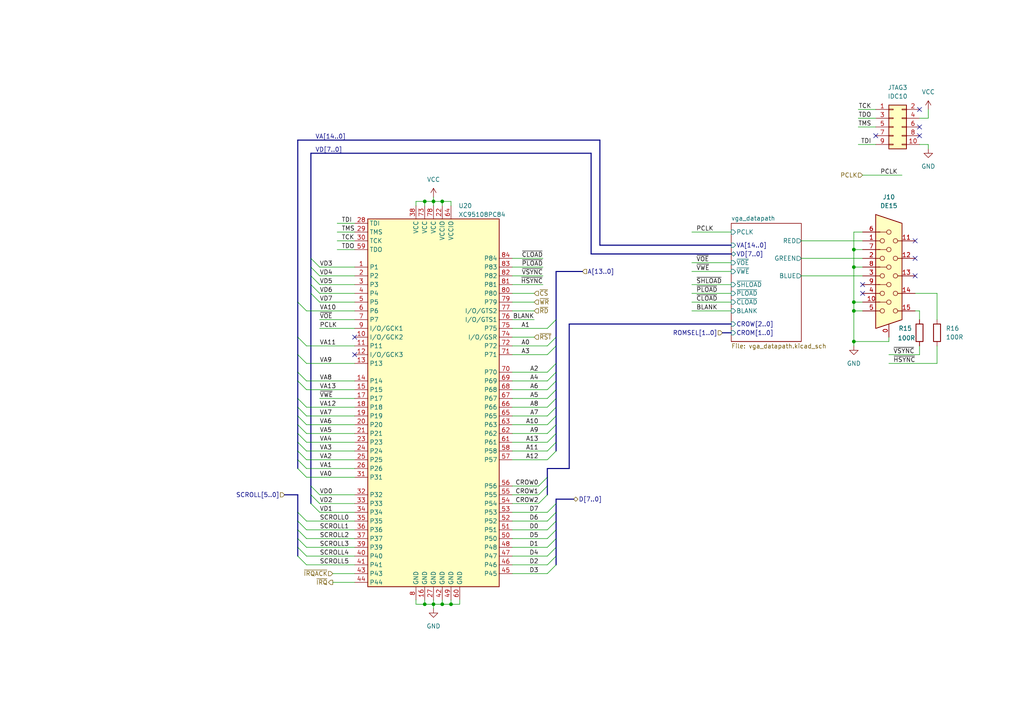
<source format=kicad_sch>
(kicad_sch (version 20250114) (generator "eeschema") (generator_version "9.0")
  (paper "A4")
  (title_block (title "VGA") (date "2025-06-18") (rev "A") (company "A.K."))
  (lib_symbols
    (symbol "CPLD_Xilinx:XC95108PC84"
      (property "Reference" "U" (at -19.05 53.34 0))
      (property "Value" "XC95108PC84" (at -19.05 -55.88 0))
      (symbol "XC95108PC84_1_1"
        (rectangle (start -19.05 52.07) (end 19.05 -54.61) (stroke (width 0.254)) (fill (type background)))
        (pin input line (at -22.86 50.8 0) (length 3.81) (name "TDI") (number "28"))
        (pin input line (at -22.86 48.26 0) (length 3.81) (name "TMS") (number "29"))
        (pin input line (at -22.86 45.72 0) (length 3.81) (name "TCK") (number "30"))
        (pin output line (at -22.86 43.18 0) (length 3.81) (name "TDO") (number "59"))
        (pin bidirectional line (at -22.86 38.1 0) (length 3.81) (name "P1") (number "1"))
        (pin bidirectional line (at -22.86 35.56 0) (length 3.81) (name "P2") (number "2"))
        (pin bidirectional line (at -22.86 33.02 0) (length 3.81) (name "P3") (number "3"))
        (pin bidirectional line (at -22.86 30.48 0) (length 3.81) (name "P4") (number "4"))
        (pin bidirectional line (at -22.86 27.94 0) (length 3.81) (name "P5") (number "5"))
        (pin bidirectional line (at -22.86 25.4 0) (length 3.81) (name "P6") (number "6"))
        (pin bidirectional line (at -22.86 22.86 0) (length 3.81) (name "P7") (number "7"))
        (pin bidirectional line (at -22.86 20.32 0) (length 3.81) (name "I/O/GCK1") (number "9"))
        (pin bidirectional line (at -22.86 17.78 0) (length 3.81) (name "I/O/GCK2") (number "10"))
        (pin bidirectional line (at -22.86 15.24 0) (length 3.81) (name "P11") (number "11"))
        (pin bidirectional line (at -22.86 12.7 0) (length 3.81) (name "I/O/GCK3") (number "12"))
        (pin bidirectional line (at -22.86 10.16 0) (length 3.81) (name "P13") (number "13"))
        (pin bidirectional line (at -22.86 5.08 0) (length 3.81) (name "P14") (number "14"))
        (pin bidirectional line (at -22.86 2.54 0) (length 3.81) (name "P15") (number "15"))
        (pin bidirectional line (at -22.86 0 0) (length 3.81) (name "P17") (number "17"))
        (pin bidirectional line (at -22.86 -2.54 0) (length 3.81) (name "P18") (number "18"))
        (pin bidirectional line (at -22.86 -5.08 0) (length 3.81) (name "P19") (number "19"))
        (pin bidirectional line (at -22.86 -7.62 0) (length 3.81) (name "P20") (number "20"))
        (pin bidirectional line (at -22.86 -10.16 0) (length 3.81) (name "P21") (number "21"))
        (pin bidirectional line (at -22.86 -12.7 0) (length 3.81) (name "P23") (number "23"))
        (pin bidirectional line (at -22.86 -15.24 0) (length 3.81) (name "P24") (number "24"))
        (pin bidirectional line (at -22.86 -17.78 0) (length 3.81) (name "P25") (number "25"))
        (pin bidirectional line (at -22.86 -20.32 0) (length 3.81) (name "P26") (number "26"))
        (pin bidirectional line (at -22.86 -22.86 0) (length 3.81) (name "P31") (number "31"))
        (pin bidirectional line (at -22.86 -27.94 0) (length 3.81) (name "P32") (number "32"))
        (pin bidirectional line (at -22.86 -30.48 0) (length 3.81) (name "P33") (number "33"))
        (pin bidirectional line (at -22.86 -33.02 0) (length 3.81) (name "P34") (number "34"))
        (pin bidirectional line (at -22.86 -35.56 0) (length 3.81) (name "P35") (number "35"))
        (pin bidirectional line (at -22.86 -38.1 0) (length 3.81) (name "P36") (number "36"))
        (pin bidirectional line (at -22.86 -40.64 0) (length 3.81) (name "P37") (number "37"))
        (pin bidirectional line (at -22.86 -43.18 0) (length 3.81) (name "P39") (number "39"))
        (pin bidirectional line (at -22.86 -45.72 0) (length 3.81) (name "P40") (number "40"))
        (pin bidirectional line (at -22.86 -48.26 0) (length 3.81) (name "P41") (number "41"))
        (pin bidirectional line (at -22.86 -50.8 0) (length 3.81) (name "P43") (number "43"))
        (pin bidirectional line (at -22.86 -53.34 0) (length 3.81) (name "P44") (number "44"))
        (pin power_in line (at -5.08 55.88 270) (length 3.81) (name "VCC") (number "38"))
        (pin power_in line (at -5.08 -58.42 90) (length 3.81) (name "GND") (number "8"))
        (pin power_in line (at -2.54 55.88 270) (length 3.81) (name "VCC") (number "73"))
        (pin power_in line (at -2.54 -58.42 90) (length 3.81) (name "GND") (number "16"))
        (pin power_in line (at 0 55.88 270) (length 3.81) (name "VCC") (number "78"))
        (pin power_in line (at 0 -58.42 90) (length 3.81) (name "GND") (number "27"))
        (pin power_in line (at 2.54 55.88 270) (length 3.81) (name "VCCIO") (number "22"))
        (pin power_in line (at 2.54 -58.42 90) (length 3.81) (name "GND") (number "42"))
        (pin power_in line (at 5.08 55.88 270) (length 3.81) (name "VCCIO") (number "64"))
        (pin power_in line (at 5.08 -58.42 90) (length 3.81) (name "GND") (number "49"))
        (pin power_in line (at 7.62 -58.42 90) (length 3.81) (name "GND") (number "60"))
        (pin bidirectional line (at 22.86 40.64 180) (length 3.81) (name "P84") (number "84"))
        (pin bidirectional line (at 22.86 38.1 180) (length 3.81) (name "P83") (number "83"))
        (pin bidirectional line (at 22.86 35.56 180) (length 3.81) (name "P82") (number "82"))
        (pin bidirectional line (at 22.86 33.02 180) (length 3.81) (name "P81") (number "81"))
        (pin bidirectional line (at 22.86 30.48 180) (length 3.81) (name "P80") (number "80"))
        (pin bidirectional line (at 22.86 27.94 180) (length 3.81) (name "P79") (number "79"))
        (pin bidirectional line (at 22.86 25.4 180) (length 3.81) (name "I/O/GTS2") (number "77"))
        (pin bidirectional line (at 22.86 22.86 180) (length 3.81) (name "I/O/GTS1") (number "76"))
        (pin bidirectional line (at 22.86 20.32 180) (length 3.81) (name "P75") (number "75"))
        (pin bidirectional line (at 22.86 17.78 180) (length 3.81) (name "I/O/GSR") (number "74"))
        (pin bidirectional line (at 22.86 15.24 180) (length 3.81) (name "P72") (number "72"))
        (pin bidirectional line (at 22.86 12.7 180) (length 3.81) (name "P71") (number "71"))
        (pin bidirectional line (at 22.86 7.62 180) (length 3.81) (name "P70") (number "70"))
        (pin bidirectional line (at 22.86 5.08 180) (length 3.81) (name "P69") (number "69"))
        (pin bidirectional line (at 22.86 2.54 180) (length 3.81) (name "P68") (number "68"))
        (pin bidirectional line (at 22.86 0 180) (length 3.81) (name "P67") (number "67"))
        (pin bidirectional line (at 22.86 -2.54 180) (length 3.81) (name "P66") (number "66"))
        (pin bidirectional line (at 22.86 -5.08 180) (length 3.81) (name "P65") (number "65"))
        (pin bidirectional line (at 22.86 -7.62 180) (length 3.81) (name "P63") (number "63"))
        (pin bidirectional line (at 22.86 -10.16 180) (length 3.81) (name "P62") (number "62"))
        (pin bidirectional line (at 22.86 -12.7 180) (length 3.81) (name "P61") (number "61"))
        (pin bidirectional line (at 22.86 -15.24 180) (length 3.81) (name "P58") (number "58"))
        (pin bidirectional line (at 22.86 -17.78 180) (length 3.81) (name "P57") (number "57"))
        (pin bidirectional line (at 22.86 -25.4 180) (length 3.81) (name "P56") (number "56"))
        (pin bidirectional line (at 22.86 -27.94 180) (length 3.81) (name "P55") (number "55"))
        (pin bidirectional line (at 22.86 -30.48 180) (length 3.81) (name "P54") (number "54"))
        (pin bidirectional line (at 22.86 -33.02 180) (length 3.81) (name "P53") (number "53"))
        (pin bidirectional line (at 22.86 -35.56 180) (length 3.81) (name "P52") (number "52"))
        (pin bidirectional line (at 22.86 -38.1 180) (length 3.81) (name "P51") (number "51"))
        (pin bidirectional line (at 22.86 -40.64 180) (length 3.81) (name "P50") (number "50"))
        (pin bidirectional line (at 22.86 -43.18 180) (length 3.81) (name "P48") (number "48"))
        (pin bidirectional line (at 22.86 -45.72 180) (length 3.81) (name "P47") (number "47"))
        (pin bidirectional line (at 22.86 -48.26 180) (length 3.81) (name "P46") (number "46"))
        (pin bidirectional line (at 22.86 -50.8 180) (length 3.81) (name "P45") (number "45"))
      )
    )
    (symbol "Connector:DE15_Receptacle_HighDensity_MountingHoles" (pin_names (offset 1.016) (hide yes))
      (property "Reference" "J" (at 0 21.59 0))
      (property "Value" "DE15_Receptacle_HighDensity_MountingHoles" (at 0 19.05 0))
      (symbol "DE15_Receptacle_HighDensity_MountingHoles_0_1"
        (polyline (pts (xy -3.81 17.78) (xy -3.81 -15.24) (xy 3.81 -12.7) (xy 3.81 15.24) (xy -3.81 17.78)) (stroke (width 0.254)) (fill (type background)))
        (polyline (pts (xy -3.175 7.62) (xy -0.635 7.62)))
        (circle (center -1.905 10.16) (radius 0.635))
        (circle (center -1.905 5.08) (radius 0.635))
        (circle (center -1.905 0) (radius 0.635))
        (circle (center -1.905 -5.08) (radius 0.635))
        (circle (center -1.905 -10.16) (radius 0.635))
        (polyline (pts (xy -0.635 12.7) (xy -3.175 12.7)))
        (polyline (pts (xy -0.635 2.54) (xy -3.175 2.54)))
        (polyline (pts (xy -0.635 -2.54) (xy -3.175 -2.54)))
        (polyline (pts (xy -0.635 -7.62) (xy -3.175 -7.62)))
        (circle (center 0 12.7) (radius 0.635))
        (circle (center 0 7.62) (radius 0.635))
        (circle (center 0 2.54) (radius 0.635))
        (circle (center 0 -2.54) (radius 0.635))
        (circle (center 0 -7.62) (radius 0.635))
        (circle (center 1.905 10.16) (radius 0.635))
        (circle (center 1.905 5.08) (radius 0.635))
        (circle (center 1.905 0) (radius 0.635))
        (circle (center 1.905 -5.08) (radius 0.635))
        (circle (center 1.905 -10.16) (radius 0.635))
      )
      (symbol "DE15_Receptacle_HighDensity_MountingHoles_1_1"
        (pin passive line (at -7.62 12.7 0) (length 5.08) (name "~") (number "6"))
        (pin passive line (at -7.62 10.16 0) (length 5.08) (name "~") (number "1"))
        (pin passive line (at -7.62 7.62 0) (length 5.08) (name "~") (number "7"))
        (pin passive line (at -7.62 5.08 0) (length 5.08) (name "~") (number "2"))
        (pin passive line (at -7.62 2.54 0) (length 5.08) (name "~") (number "8"))
        (pin passive line (at -7.62 0 0) (length 5.08) (name "~") (number "3"))
        (pin passive line (at -7.62 -2.54 0) (length 5.08) (name "~") (number "9"))
        (pin passive line (at -7.62 -5.08 0) (length 5.08) (name "~") (number "4"))
        (pin passive line (at -7.62 -7.62 0) (length 5.08) (name "~") (number "10"))
        (pin passive line (at -7.62 -10.16 0) (length 5.08) (name "~") (number "5"))
        (pin passive line (at 0 -17.78 90) (length 3.81) (name "~") (number "0"))
        (pin passive line (at 7.62 10.16 180) (length 5.08) (name "~") (number "11"))
        (pin passive line (at 7.62 5.08 180) (length 5.08) (name "~") (number "12"))
        (pin passive line (at 7.62 0 180) (length 5.08) (name "~") (number "13"))
        (pin passive line (at 7.62 -5.08 180) (length 5.08) (name "~") (number "14"))
        (pin passive line (at 7.62 -10.16 180) (length 5.08) (name "~") (number "15"))
      )
    )
    (symbol "Connector_Generic:Conn_02x05_Odd_Even" (pin_names (offset 1.016) (hide yes))
      (property "Reference" "J" (at 1.27 7.62 0))
      (property "Value" "Conn_02x05_Odd_Even" (at 1.27 -7.62 0))
      (symbol "Conn_02x05_Odd_Even_1_1"
        (rectangle (start -1.27 6.35) (end 3.81 -6.35) (stroke (width 0.254)) (fill (type background)))
        (rectangle (start -1.27 5.207) (end 0 4.953) (stroke (width 0.1524)))
        (rectangle (start -1.27 2.667) (end 0 2.413) (stroke (width 0.1524)))
        (rectangle (start -1.27 0.127) (end 0 -0.127) (stroke (width 0.1524)))
        (rectangle (start -1.27 -2.413) (end 0 -2.667) (stroke (width 0.1524)))
        (rectangle (start -1.27 -4.953) (end 0 -5.207) (stroke (width 0.1524)))
        (rectangle (start 3.81 5.207) (end 2.54 4.953) (stroke (width 0.1524)))
        (rectangle (start 3.81 2.667) (end 2.54 2.413) (stroke (width 0.1524)))
        (rectangle (start 3.81 0.127) (end 2.54 -0.127) (stroke (width 0.1524)))
        (rectangle (start 3.81 -2.413) (end 2.54 -2.667) (stroke (width 0.1524)))
        (rectangle (start 3.81 -4.953) (end 2.54 -5.207) (stroke (width 0.1524)))
        (pin passive line (at -5.08 5.08 0) (length 3.81) (name "Pin_1") (number "1"))
        (pin passive line (at -5.08 2.54 0) (length 3.81) (name "Pin_3") (number "3"))
        (pin passive line (at -5.08 0 0) (length 3.81) (name "Pin_5") (number "5"))
        (pin passive line (at -5.08 -2.54 0) (length 3.81) (name "Pin_7") (number "7"))
        (pin passive line (at -5.08 -5.08 0) (length 3.81) (name "Pin_9") (number "9"))
        (pin passive line (at 7.62 5.08 180) (length 3.81) (name "Pin_2") (number "2"))
        (pin passive line (at 7.62 2.54 180) (length 3.81) (name "Pin_4") (number "4"))
        (pin passive line (at 7.62 0 180) (length 3.81) (name "Pin_6") (number "6"))
        (pin passive line (at 7.62 -2.54 180) (length 3.81) (name "Pin_8") (number "8"))
        (pin passive line (at 7.62 -5.08 180) (length 3.81) (name "Pin_10") (number "10"))
      )
    )
    (symbol "Device:R" (pin_numbers (hide yes)) (pin_names (offset 0))
      (property "Reference" "R" (at 2.032 0 90))
      (property "Value" "R" (at 0 0 90))
      (symbol "R_0_1"
        (rectangle (start -1.016 -2.54) (end 1.016 2.54) (stroke (width 0.254)))
      )
      (symbol "R_1_1"
        (pin passive line (at 0 3.81 270) (length 1.27) (name "~") (number "1"))
        (pin passive line (at 0 -3.81 90) (length 1.27) (name "~") (number "2"))
      )
    )
    (symbol "power:GND" (power) (pin_names (offset 0))
      (property "Value" "GND" (at 0 -3.81 0))
      (symbol "GND_0_1"
        (polyline (pts (xy 0 0) (xy 0 -1.27) (xy 1.27 -1.27) (xy 0 -2.54) (xy -1.27 -1.27) (xy 0 -1.27)))
      )
      (symbol "GND_1_1"
        (pin power_in line (at 0 0 270) (length 0) (hide yes) (name "GND") (number "1"))
      )
    )
    (symbol "power:VCC" (power) (pin_names (offset 0))
      (property "Value" "VCC" (at 0 3.81 0))
      (symbol "VCC_0_1"
        (polyline (pts (xy -0.762 1.27) (xy 0 2.54)))
        (polyline (pts (xy 0 2.54) (xy 0.762 1.27)))
        (polyline (pts (xy 0 0) (xy 0 2.54)))
      )
      (symbol "VCC_1_1"
        (pin power_in line (at 0 0 90) (length 0) (hide yes) (name "VCC") (number "1"))
      )
    )
  )
  (junction (at 128.27 175.26))
  (junction (at 130.81 175.26))
  (junction (at 247.65 72.39))
  (junction (at 123.19 58.42))
  (junction (at 247.65 87.63))
  (junction (at 123.19 175.26))
  (junction (at 125.73 58.42))
  (junction (at 247.65 90.17))
  (junction (at 128.27 58.42))
  (junction (at 125.73 175.26))
  (junction (at 247.65 99.06))
  (junction (at 247.65 77.47))
  (no_connect (at 266.7 39.37))
  (no_connect (at 250.19 82.55))
  (no_connect (at 266.7 36.83))
  (no_connect (at 265.43 74.93))
  (no_connect (at 254 39.37))
  (no_connect (at 102.87 97.79))
  (no_connect (at 266.7 31.75))
  (no_connect (at 265.43 80.01))
  (no_connect (at 265.43 69.85))
  (no_connect (at 102.87 102.87))
  (no_connect (at 250.19 85.09))
  (bus_entry (at 86.36 128.27) (size 2.54 2.54))
  (bus_entry (at 161.29 110.49) (size -2.54 2.54))
  (bus_entry (at 90.17 82.55) (size 2.54 2.54))
  (bus_entry (at 161.29 107.95) (size -2.54 2.54))
  (bus_entry (at 86.36 156.21) (size 2.54 2.54))
  (bus_entry (at 90.17 77.47) (size 2.54 2.54))
  (bus_entry (at 161.29 113.03) (size -2.54 2.54))
  (bus_entry (at 86.36 123.19) (size 2.54 2.54))
  (bus_entry (at 161.29 97.79) (size -2.54 2.54))
  (bus_entry (at 161.29 148.59) (size -2.54 2.54))
  (bus_entry (at 161.29 118.11) (size -2.54 2.54))
  (bus_entry (at 86.36 115.57) (size 2.54 2.54))
  (bus_entry (at 161.29 105.41) (size -2.54 2.54))
  (bus_entry (at 161.29 123.19) (size -2.54 2.54))
  (bus_entry (at 90.17 80.01) (size 2.54 2.54))
  (bus_entry (at 86.36 110.49) (size 2.54 2.54))
  (bus_entry (at 90.17 74.93) (size 2.54 2.54))
  (bus_entry (at 161.29 156.21) (size -2.54 2.54))
  (bus_entry (at 161.29 92.71) (size -2.54 2.54))
  (bus_entry (at 161.29 153.67) (size -2.54 2.54))
  (bus_entry (at 86.36 118.11) (size 2.54 2.54))
  (bus_entry (at 86.36 153.67) (size 2.54 2.54))
  (bus_entry (at 90.17 140.97) (size 2.54 2.54))
  (bus_entry (at 161.29 130.81) (size -2.54 2.54))
  (bus_entry (at 158.75 143.51) (size -2.54 2.54))
  (bus_entry (at 90.17 143.51) (size 2.54 2.54))
  (bus_entry (at 161.29 158.75) (size -2.54 2.54))
  (bus_entry (at 161.29 161.29) (size -2.54 2.54))
  (bus_entry (at 90.17 85.09) (size 2.54 2.54))
  (bus_entry (at 86.36 133.35) (size 2.54 2.54))
  (bus_entry (at 86.36 158.75) (size 2.54 2.54))
  (bus_entry (at 86.36 120.65) (size 2.54 2.54))
  (bus_entry (at 86.36 148.59) (size 2.54 2.54))
  (bus_entry (at 86.36 102.87) (size 2.54 2.54))
  (bus_entry (at 86.36 151.13) (size 2.54 2.54))
  (bus_entry (at 161.29 128.27) (size -2.54 2.54))
  (bus_entry (at 90.17 146.05) (size 2.54 2.54))
  (bus_entry (at 86.36 130.81) (size 2.54 2.54))
  (bus_entry (at 161.29 151.13) (size -2.54 2.54))
  (bus_entry (at 158.75 140.97) (size -2.54 2.54))
  (bus_entry (at 86.36 97.79) (size 2.54 2.54))
  (bus_entry (at 161.29 146.05) (size -2.54 2.54))
  (bus_entry (at 161.29 125.73) (size -2.54 2.54))
  (bus_entry (at 161.29 163.83) (size -2.54 2.54))
  (bus_entry (at 161.29 115.57) (size -2.54 2.54))
  (bus_entry (at 86.36 135.89) (size 2.54 2.54))
  (bus_entry (at 86.36 125.73) (size 2.54 2.54))
  (bus_entry (at 161.29 100.33) (size -2.54 2.54))
  (bus_entry (at 86.36 87.63) (size 2.54 2.54))
  (bus_entry (at 161.29 120.65) (size -2.54 2.54))
  (bus_entry (at 158.75 138.43) (size -2.54 2.54))
  (bus_entry (at 86.36 107.95) (size 2.54 2.54))
  (bus_entry (at 86.36 161.29) (size 2.54 2.54))
  (bus (pts (xy 86.36 87.63) (xy 86.36 97.79)))
  (wire (pts (xy 125.73 58.42) (xy 123.19 58.42)))
  (bus (pts (xy 166.37 144.78) (xy 161.29 144.78)))
  (wire (pts (xy 148.59 97.79) (xy 154.94 97.79)))
  (wire (pts (xy 148.59 107.95) (xy 158.75 107.95)))
  (wire (pts (xy 148.59 74.93) (xy 157.48 74.93)))
  (wire (pts (xy 200.66 90.17) (xy 212.09 90.17)))
  (bus (pts (xy 86.36 102.87) (xy 86.36 107.95)))
  (bus (pts (xy 165.1 135.89) (xy 158.75 135.89)))
  (wire (pts (xy 120.65 58.42) (xy 120.65 59.69)))
  (wire (pts (xy 247.65 77.47) (xy 250.19 77.47)))
  (bus (pts (xy 161.29 100.33) (xy 161.29 105.41)))
  (bus (pts (xy 86.36 151.13) (xy 86.36 153.67)))
  (bus (pts (xy 90.17 140.97) (xy 90.17 143.51)))
  (wire (pts (xy 247.65 99.06) (xy 247.65 90.17)))
  (wire (pts (xy 247.65 67.31) (xy 250.19 67.31)))
  (bus (pts (xy 173.99 40.64) (xy 173.99 71.12)))
  (wire (pts (xy 247.65 87.63) (xy 247.65 77.47)))
  (wire (pts (xy 88.9 100.33) (xy 102.87 100.33)))
  (bus (pts (xy 161.29 146.05) (xy 161.29 148.59)))
  (wire (pts (xy 88.9 90.17) (xy 102.87 90.17)))
  (bus (pts (xy 161.29 120.65) (xy 161.29 123.19)))
  (wire (pts (xy 88.9 161.29) (xy 102.87 161.29)))
  (wire (pts (xy 88.9 156.21) (xy 102.87 156.21)))
  (wire (pts (xy 128.27 175.26) (xy 128.27 173.99)))
  (wire (pts (xy 130.81 175.26) (xy 133.35 175.26)))
  (bus (pts (xy 161.29 118.11) (xy 161.29 120.65)))
  (bus (pts (xy 86.36 118.11) (xy 86.36 120.65)))
  (wire (pts (xy 266.7 92.71) (xy 266.7 90.17)))
  (wire (pts (xy 92.71 87.63) (xy 102.87 87.63)))
  (bus (pts (xy 90.17 74.93) (xy 90.17 77.47)))
  (wire (pts (xy 148.59 143.51) (xy 156.21 143.51)))
  (wire (pts (xy 148.59 80.01) (xy 157.48 80.01)))
  (wire (pts (xy 97.79 67.31) (xy 102.87 67.31)))
  (bus (pts (xy 161.29 144.78) (xy 161.29 146.05)))
  (wire (pts (xy 269.24 41.91) (xy 266.7 41.91)))
  (bus (pts (xy 161.29 125.73) (xy 161.29 128.27)))
  (wire (pts (xy 148.59 156.21) (xy 158.75 156.21)))
  (wire (pts (xy 123.19 175.26) (xy 120.65 175.26)))
  (bus (pts (xy 171.45 73.66) (xy 171.45 44.45)))
  (wire (pts (xy 269.24 34.29) (xy 266.7 34.29)))
  (wire (pts (xy 97.79 72.39) (xy 102.87 72.39)))
  (wire (pts (xy 247.65 90.17) (xy 250.19 90.17)))
  (wire (pts (xy 148.59 161.29) (xy 158.75 161.29)))
  (bus (pts (xy 86.36 125.73) (xy 86.36 128.27)))
  (wire (pts (xy 247.65 77.47) (xy 247.65 72.39)))
  (bus (pts (xy 86.36 148.59) (xy 86.36 151.13)))
  (bus (pts (xy 90.17 80.01) (xy 90.17 82.55)))
  (wire (pts (xy 148.59 85.09) (xy 154.94 85.09)))
  (wire (pts (xy 148.59 166.37) (xy 158.75 166.37)))
  (wire (pts (xy 88.9 118.11) (xy 102.87 118.11)))
  (wire (pts (xy 200.66 85.09) (xy 212.09 85.09)))
  (wire (pts (xy 88.9 135.89) (xy 102.87 135.89)))
  (bus (pts (xy 161.29 128.27) (xy 161.29 130.81)))
  (wire (pts (xy 148.59 133.35) (xy 158.75 133.35)))
  (bus (pts (xy 212.09 93.98) (xy 165.1 93.98)))
  (wire (pts (xy 232.41 74.93) (xy 250.19 74.93)))
  (wire (pts (xy 92.71 95.25) (xy 102.87 95.25)))
  (bus (pts (xy 171.45 44.45) (xy 90.17 44.45)))
  (bus (pts (xy 86.36 97.79) (xy 86.36 102.87)))
  (bus (pts (xy 173.99 71.12) (xy 212.09 71.12)))
  (wire (pts (xy 148.59 90.17) (xy 154.94 90.17)))
  (wire (pts (xy 96.52 168.91) (xy 102.87 168.91)))
  (wire (pts (xy 266.7 90.17) (xy 265.43 90.17)))
  (wire (pts (xy 125.73 175.26) (xy 125.73 176.53)))
  (wire (pts (xy 148.59 115.57) (xy 158.75 115.57)))
  (wire (pts (xy 271.78 85.09) (xy 271.78 92.71)))
  (bus (pts (xy 82.55 143.51) (xy 86.36 143.51)))
  (wire (pts (xy 247.65 72.39) (xy 247.65 67.31)))
  (wire (pts (xy 125.73 58.42) (xy 128.27 58.42)))
  (wire (pts (xy 232.41 69.85) (xy 250.19 69.85)))
  (wire (pts (xy 88.9 120.65) (xy 102.87 120.65)))
  (bus (pts (xy 86.36 115.57) (xy 86.36 118.11)))
  (bus (pts (xy 86.36 158.75) (xy 86.36 161.29)))
  (wire (pts (xy 96.52 166.37) (xy 102.87 166.37)))
  (wire (pts (xy 128.27 58.42) (xy 128.27 59.69)))
  (wire (pts (xy 148.59 123.19) (xy 158.75 123.19)))
  (wire (pts (xy 257.81 99.06) (xy 247.65 99.06)))
  (bus (pts (xy 212.09 73.66) (xy 171.45 73.66)))
  (wire (pts (xy 148.59 95.25) (xy 158.75 95.25)))
  (wire (pts (xy 148.59 120.65) (xy 158.75 120.65)))
  (wire (pts (xy 125.73 175.26) (xy 128.27 175.26)))
  (wire (pts (xy 92.71 148.59) (xy 102.87 148.59)))
  (wire (pts (xy 148.59 102.87) (xy 158.75 102.87)))
  (wire (pts (xy 97.79 69.85) (xy 102.87 69.85)))
  (bus (pts (xy 90.17 143.51) (xy 90.17 146.05)))
  (bus (pts (xy 158.75 135.89) (xy 158.75 138.43)))
  (wire (pts (xy 88.9 125.73) (xy 102.87 125.73)))
  (wire (pts (xy 257.81 102.87) (xy 266.7 102.87)))
  (bus (pts (xy 161.29 158.75) (xy 161.29 161.29)))
  (wire (pts (xy 148.59 110.49) (xy 158.75 110.49)))
  (wire (pts (xy 148.59 146.05) (xy 156.21 146.05)))
  (wire (pts (xy 88.9 130.81) (xy 102.87 130.81)))
  (bus (pts (xy 90.17 85.09) (xy 90.17 140.97)))
  (wire (pts (xy 257.81 105.41) (xy 271.78 105.41)))
  (wire (pts (xy 88.9 110.49) (xy 102.87 110.49)))
  (bus (pts (xy 161.29 123.19) (xy 161.29 125.73)))
  (wire (pts (xy 200.66 67.31) (xy 212.09 67.31)))
  (wire (pts (xy 148.59 163.83) (xy 158.75 163.83)))
  (wire (pts (xy 130.81 175.26) (xy 130.81 173.99)))
  (wire (pts (xy 148.59 130.81) (xy 158.75 130.81)))
  (wire (pts (xy 265.43 85.09) (xy 271.78 85.09)))
  (bus (pts (xy 86.36 40.64) (xy 173.99 40.64)))
  (bus (pts (xy 86.36 110.49) (xy 86.36 115.57)))
  (wire (pts (xy 248.92 31.75) (xy 254 31.75)))
  (bus (pts (xy 86.36 128.27) (xy 86.36 130.81)))
  (bus (pts (xy 90.17 77.47) (xy 90.17 80.01)))
  (wire (pts (xy 148.59 87.63) (xy 154.94 87.63)))
  (bus (pts (xy 86.36 123.19) (xy 86.36 125.73)))
  (bus (pts (xy 161.29 105.41) (xy 161.29 107.95)))
  (wire (pts (xy 88.9 133.35) (xy 102.87 133.35)))
  (wire (pts (xy 88.9 138.43) (xy 102.87 138.43)))
  (wire (pts (xy 88.9 151.13) (xy 102.87 151.13)))
  (wire (pts (xy 92.71 146.05) (xy 102.87 146.05)))
  (wire (pts (xy 248.92 36.83) (xy 254 36.83)))
  (wire (pts (xy 250.19 50.8) (xy 261.62 50.8)))
  (wire (pts (xy 128.27 58.42) (xy 130.81 58.42)))
  (wire (pts (xy 92.71 143.51) (xy 102.87 143.51)))
  (wire (pts (xy 123.19 175.26) (xy 123.19 173.99)))
  (bus (pts (xy 168.91 78.74) (xy 161.29 78.74)))
  (wire (pts (xy 130.81 58.42) (xy 130.81 59.69)))
  (wire (pts (xy 148.59 118.11) (xy 158.75 118.11)))
  (wire (pts (xy 123.19 58.42) (xy 120.65 58.42)))
  (bus (pts (xy 161.29 78.74) (xy 161.29 92.71)))
  (wire (pts (xy 247.65 99.06) (xy 247.65 100.33)))
  (bus (pts (xy 161.29 161.29) (xy 161.29 163.83)))
  (bus (pts (xy 86.36 130.81) (xy 86.36 133.35)))
  (bus (pts (xy 86.36 143.51) (xy 86.36 148.59)))
  (wire (pts (xy 88.9 105.41) (xy 102.87 105.41)))
  (wire (pts (xy 271.78 105.41) (xy 271.78 100.33)))
  (wire (pts (xy 88.9 113.03) (xy 102.87 113.03)))
  (wire (pts (xy 200.66 76.2) (xy 212.09 76.2)))
  (wire (pts (xy 266.7 100.33) (xy 266.7 102.87)))
  (wire (pts (xy 148.59 113.03) (xy 158.75 113.03)))
  (wire (pts (xy 200.66 78.74) (xy 212.09 78.74)))
  (wire (pts (xy 148.59 140.97) (xy 156.21 140.97)))
  (bus (pts (xy 161.29 110.49) (xy 161.29 113.03)))
  (bus (pts (xy 161.29 92.71) (xy 161.29 97.79)))
  (wire (pts (xy 92.71 92.71) (xy 102.87 92.71)))
  (wire (pts (xy 125.73 57.15) (xy 125.73 58.42)))
  (bus (pts (xy 90.17 44.45) (xy 90.17 74.93)))
  (wire (pts (xy 92.71 115.57) (xy 102.87 115.57)))
  (wire (pts (xy 148.59 151.13) (xy 158.75 151.13)))
  (wire (pts (xy 248.92 34.29) (xy 254 34.29)))
  (wire (pts (xy 133.35 175.26) (xy 133.35 173.99)))
  (bus (pts (xy 161.29 115.57) (xy 161.29 118.11)))
  (bus (pts (xy 86.36 87.63) (xy 86.36 40.64)))
  (wire (pts (xy 148.59 158.75) (xy 158.75 158.75)))
  (wire (pts (xy 148.59 125.73) (xy 158.75 125.73)))
  (wire (pts (xy 148.59 153.67) (xy 158.75 153.67)))
  (wire (pts (xy 247.65 72.39) (xy 250.19 72.39)))
  (wire (pts (xy 148.59 92.71) (xy 154.94 92.71)))
  (bus (pts (xy 161.29 156.21) (xy 161.29 158.75)))
  (bus (pts (xy 86.36 133.35) (xy 86.36 135.89)))
  (wire (pts (xy 148.59 100.33) (xy 158.75 100.33)))
  (wire (pts (xy 97.79 64.77) (xy 102.87 64.77)))
  (bus (pts (xy 158.75 140.97) (xy 158.75 143.51)))
  (wire (pts (xy 123.19 58.42) (xy 123.19 59.69)))
  (wire (pts (xy 148.59 82.55) (xy 157.48 82.55)))
  (wire (pts (xy 148.59 77.47) (xy 157.48 77.47)))
  (wire (pts (xy 247.65 87.63) (xy 250.19 87.63)))
  (wire (pts (xy 92.71 80.01) (xy 102.87 80.01)))
  (bus (pts (xy 90.17 82.55) (xy 90.17 85.09)))
  (wire (pts (xy 88.9 163.83) (xy 102.87 163.83)))
  (wire (pts (xy 88.9 128.27) (xy 102.87 128.27)))
  (wire (pts (xy 247.65 90.17) (xy 247.65 87.63)))
  (bus (pts (xy 161.29 153.67) (xy 161.29 156.21)))
  (bus (pts (xy 161.29 151.13) (xy 161.29 153.67)))
  (wire (pts (xy 269.24 43.18) (xy 269.24 41.91)))
  (bus (pts (xy 161.29 148.59) (xy 161.29 151.13)))
  (bus (pts (xy 86.36 120.65) (xy 86.36 123.19)))
  (wire (pts (xy 88.9 158.75) (xy 102.87 158.75)))
  (wire (pts (xy 232.41 80.01) (xy 250.19 80.01)))
  (bus (pts (xy 161.29 107.95) (xy 161.29 110.49)))
  (wire (pts (xy 257.81 97.79) (xy 257.81 99.06)))
  (wire (pts (xy 148.59 128.27) (xy 158.75 128.27)))
  (wire (pts (xy 200.66 87.63) (xy 212.09 87.63)))
  (wire (pts (xy 128.27 175.26) (xy 130.81 175.26)))
  (wire (pts (xy 148.59 148.59) (xy 158.75 148.59)))
  (wire (pts (xy 88.9 123.19) (xy 102.87 123.19)))
  (bus (pts (xy 209.55 96.52) (xy 212.09 96.52)))
  (bus (pts (xy 86.36 107.95) (xy 86.36 110.49)))
  (wire (pts (xy 92.71 85.09) (xy 102.87 85.09)))
  (bus (pts (xy 161.29 113.03) (xy 161.29 115.57)))
  (wire (pts (xy 92.71 82.55) (xy 102.87 82.55)))
  (bus (pts (xy 161.29 97.79) (xy 161.29 100.33)))
  (wire (pts (xy 120.65 175.26) (xy 120.65 173.99)))
  (wire (pts (xy 125.73 173.99) (xy 125.73 175.26)))
  (wire (pts (xy 92.71 77.47) (xy 102.87 77.47)))
  (wire (pts (xy 125.73 175.26) (xy 123.19 175.26)))
  (wire (pts (xy 200.66 82.55) (xy 212.09 82.55)))
  (wire (pts (xy 248.92 41.91) (xy 254 41.91)))
  (bus (pts (xy 86.36 156.21) (xy 86.36 158.75)))
  (bus (pts (xy 86.36 153.67) (xy 86.36 156.21)))
  (wire (pts (xy 269.24 31.75) (xy 269.24 34.29)))
  (wire (pts (xy 125.73 58.42) (xy 125.73 59.69)))
  (bus (pts (xy 165.1 93.98) (xy 165.1 135.89)))
  (bus (pts (xy 158.75 138.43) (xy 158.75 140.97)))
  (wire (pts (xy 88.9 153.67) (xy 102.87 153.67)))
  (label "~{VOE}" (at 201.93 76.2 0))
  (label "A4" (at 156.21 110.49 180))
  (label "VD3" (at 92.71 77.47 0))
  (label "TCK" (at 99.06 69.85 0))
  (label "PCLK" (at 92.71 95.25 0))
  (label "VA8" (at 92.71 110.49 0))
  (label "TMS" (at 252.73 36.83 180))
  (label "A3" (at 153.67 102.87 180))
  (label "~{VWE}" (at 92.71 115.57 0))
  (label "TDO" (at 252.73 34.29 180))
  (label "VA9" (at 92.71 105.41 0))
  (label "VA1" (at 92.71 135.89 0))
  (label "~{HSYNC}" (at 259.08 105.41 0))
  (label "A0" (at 153.67 100.33 180))
  (label "D2" (at 156.21 163.83 180))
  (label "SCROLL4" (at 92.71 161.29 0))
  (label "BLANK" (at 201.93 90.17 0))
  (label "VA11" (at 92.71 100.33 0))
  (label "D4" (at 156.21 161.29 180))
  (label "PCLK" (at 201.93 67.31 0))
  (label "~{VSYNC}" (at 259.08 102.87 0))
  (label "A1" (at 153.67 95.25 180))
  (label "TDO" (at 99.06 72.39 0))
  (label "A13" (at 156.21 128.27 180))
  (label "VD5" (at 92.71 82.55 0))
  (label "A7" (at 156.21 120.65 180))
  (label "~{CLOAD}" (at 157.48 74.93 180))
  (label "VA10" (at 92.71 90.17 0))
  (label "VD0" (at 92.71 143.51 0))
  (label "SCROLL1" (at 92.71 153.67 0))
  (label "CROW1" (at 156.21 143.51 180))
  (label "A8" (at 156.21 118.11 180))
  (label "SCROLL5" (at 92.71 163.83 0))
  (label "A11" (at 156.21 130.81 180))
  (label "VA[14..0]" (at 91.44 40.64 0))
  (label "PCLK" (at 260.35 50.8 180))
  (label "VA3" (at 92.71 130.81 0))
  (label "TDI" (at 99.06 64.77 0))
  (label "A2" (at 156.21 107.95 180))
  (label "VA4" (at 92.71 128.27 0))
  (label "A9" (at 156.21 125.73 180))
  (label "~{PLOAD}" (at 201.93 85.09 0))
  (label "SCROLL0" (at 92.71 151.13 0))
  (label "VD7" (at 92.71 87.63 0))
  (label "VD6" (at 92.71 85.09 0))
  (label "~{VSYNC}" (at 157.48 80.01 180))
  (label "VD2" (at 92.71 146.05 0))
  (label "A6" (at 156.21 113.03 180))
  (label "CROW0" (at 156.21 140.97 180))
  (label "A12" (at 156.21 133.35 180))
  (label "~{CLOAD}" (at 201.93 87.63 0))
  (label "D1" (at 156.21 158.75 180))
  (label "~{VOE}" (at 92.71 92.71 0))
  (label "VD[7..0]" (at 91.44 44.45 0))
  (label "VD4" (at 92.71 80.01 0))
  (label "CROW2" (at 156.21 146.05 180))
  (label "BLANK" (at 154.94 92.71 180))
  (label "VA0" (at 92.71 138.43 0))
  (label "VA12" (at 92.71 118.11 0))
  (label "D6" (at 156.21 151.13 180))
  (label "VA13" (at 92.71 113.03 0))
  (label "VA2" (at 92.71 133.35 0))
  (label "SCROLL2" (at 92.71 156.21 0))
  (label "~{VWE}" (at 201.93 78.74 0))
  (label "TCK" (at 252.73 31.75 180))
  (label "~{PLOAD}" (at 157.48 77.47 180))
  (label "~{SHLOAD}" (at 201.93 82.55 0))
  (label "TMS" (at 99.06 67.31 0))
  (label "D3" (at 156.21 166.37 180))
  (label "D5" (at 156.21 156.21 180))
  (label "A10" (at 156.21 123.19 180))
  (label "D7" (at 156.21 148.59 180))
  (label "D0" (at 156.21 153.67 180))
  (label "VA6" (at 92.71 123.19 0))
  (label "~{HSYNC}" (at 157.48 82.55 180))
  (label "VD1" (at 92.71 148.59 0))
  (label "SCROLL3" (at 92.71 158.75 0))
  (label "A5" (at 156.21 115.57 180))
  (label "VA7" (at 92.71 120.65 0))
  (label "TDI" (at 252.73 41.91 180))
  (label "VA5" (at 92.71 125.73 0))
  (hierarchical_label "~{RST}" (shape input) (at 154.94 97.79 0))
  (hierarchical_label "A[13..0]" (shape input) (at 168.91 78.74 0))
  (hierarchical_label "~{RD}" (shape input) (at 154.94 90.17 0))
  (hierarchical_label "D[7..0]" (shape bidirectional) (at 166.37 144.78 0))
  (hierarchical_label "~{WR}" (shape input) (at 154.94 87.63 0))
  (hierarchical_label "SCROLL[5..0]" (shape input) (at 82.55 143.51 180))
  (hierarchical_label "PCLK" (shape input) (at 250.19 50.8 180))
  (hierarchical_label "~{IRQACK}" (shape input) (at 96.52 166.37 180))
  (hierarchical_label "~{IRQ}" (shape output) (at 96.52 168.91 180))
  (hierarchical_label "~{CS}" (shape input) (at 154.94 85.09 0))
  (hierarchical_label "ROMSEL[1..0]" (shape input) (at 209.55 96.52 180))
  (symbol (lib_id "power:GND") (at 269.24 43.18 0) (unit 1)
    (property "Reference" "#PWR0177" (effects (hide yes)))
    (property "Value" "GND" (at 269.24 48.26 0))
  )
  (symbol (lib_id "CPLD_Xilinx:XC95108PC84") (at 125.73 115.57 0) (unit 1)
    (property "Reference" "U20" (at 132.9533 59.69 0) (effects (justify left)))
    (property "Value" "XC95108PC84" (at 132.9533 62.23 0) (effects (justify left)))
    (property "Footprint" "Package_LCC:PLCC-84_THT-Socket" (effects (hide yes)))
    (property "Datasheet" "xilinx/xc95108.pdf" (effects (hide yes)))
    (property "Description" "Xilinx CPLD, Obsolete" (effects (hide yes)))
  )
  (symbol (lib_id "power:VCC") (at 125.73 57.15 0) (unit 1)
    (property "Reference" "#PWR085" (effects (hide yes)))
    (property "Value" "VCC" (at 125.73 52.07 0))
  )
  (symbol (lib_id "Device:R") (at 271.78 96.52 180) (unit 1)
    (property "Reference" "R16" (at 274.32 95.2499 0) (effects (justify right)))
    (property "Value" "100R" (at 274.32 97.7899 0) (effects (justify right)))
    (property "Footprint" "Resistor_THT:R_Axial_DIN0207_L6.3mm_D2.5mm_P7.62mm_Horizontal" (effects (hide yes)))
  )
  (symbol (lib_id "power:GND") (at 247.65 100.33 0) (unit 1)
    (property "Reference" "#PWR0142" (effects (hide yes)))
    (property "Value" "GND" (at 247.65 105.41 0))
  )
  (symbol (lib_id "Device:R") (at 266.7 96.52 0) (unit 1)
    (property "Reference" "R15" (at 260.604 95.25 0) (effects (justify left)))
    (property "Value" "100R" (at 260.35 98.044 0) (effects (justify left)))
    (property "Footprint" "Resistor_THT:R_Axial_DIN0207_L6.3mm_D2.5mm_P7.62mm_Horizontal" (effects (hide yes)))
  )
  (symbol (lib_id "power:VCC") (at 269.24 31.75 0) (unit 1)
    (property "Reference" "#PWR0176" (effects (hide yes)))
    (property "Value" "VCC" (at 269.24 26.67 0))
  )
  (symbol (lib_id "Connector:DE15_Receptacle_HighDensity_MountingHoles") (at 257.81 80.01 0) (unit 1)
    (property "Reference" "J10" (at 257.81 57.15 0))
    (property "Value" "DE15" (at 257.81 59.69 0))
    (property "Footprint" "Connector_Dsub:DSUB-15-HD_Socket_Horizontal_P2.29x1.90mm_EdgePinOffset3.03mm_Housed_MountingHolesOffset4.94mm" (effects (hide yes)))
  )
  (symbol (lib_id "Connector_Generic:Conn_02x05_Odd_Even") (at 259.08 36.83 0) (unit 1)
    (property "Reference" "JTAG3" (at 260.35 25.4 0))
    (property "Value" "IDC10" (at 260.35 27.94 0))
    (property "Footprint" "Connector_IDC:IDC-Header_2x05_P2.54mm_Vertical" (effects (hide yes)))
  )
  (symbol (lib_id "power:GND") (at 125.73 176.53 0) (unit 1)
    (property "Reference" "#PWR0117" (effects (hide yes)))
    (property "Value" "GND" (at 125.73 181.61 0))
  )
  (sheet (at 212.09 64.77) (size 20.32 34.29) (stroke (width 0.1524))
    (property "Sheetname" "vga_datapath" (at 212.09 64.0584 0) (effects (justify left bottom)))
    (property "Sheetfile" "vga_datapath.kicad_sch" (at 212.09 99.6446 0) (effects (justify left top)))
    (pin "BLANK" input (at 212.09 90.17 180))
    (pin "BLUE" output (at 232.41 80.01 0))
    (pin "CROM[1..0]" input (at 212.09 96.52 180))
    (pin "CROW[2..0]" input (at 212.09 93.98 180))
    (pin "GREEN" output (at 232.41 74.93 0))
    (pin "PCLK" input (at 212.09 67.31 180))
    (pin "RED" output (at 232.41 69.85 0))
    (pin "VA[14..0]" input (at 212.09 71.12 180))
    (pin "VD[7..0]" bidirectional (at 212.09 73.66 180))
    (pin "~{CLOAD}" input (at 212.09 87.63 180))
    (pin "~{PLOAD}" input (at 212.09 85.09 180))
    (pin "~{SHLOAD}" input (at 212.09 82.55 180))
    (pin "~{VOE}" input (at 212.09 76.2 180))
    (pin "~{VWE}" input (at 212.09 78.74 180))
  )
)
</source>
